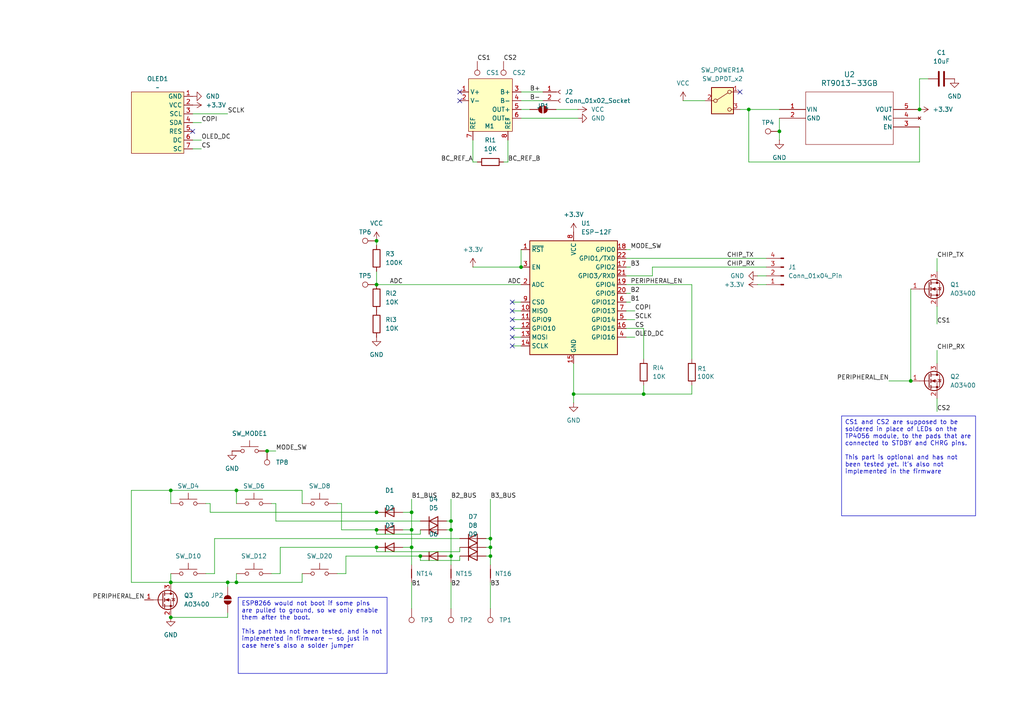
<source format=kicad_sch>
(kicad_sch (version 20231120) (generator "eeschema") (generator_version "8.0")
  (paper "A4")
  (lib_symbols
    (symbol "Connector:Conn_01x02_Socket" (pin_names (offset 1.016) hide)
      (property "Reference" "J" (at 0 2.54 0))
      (property "Value" "Conn_01x02_Socket" (at 0 -5.08 0))
      (symbol "Conn_01x02_Socket_1_1"
        (arc (start 0 -2.032) (mid -0.5058 -2.54) (end 0 -3.048) (stroke (width 0.1524)))
        (polyline (pts (xy -1.27 -2.54) (xy -0.508 -2.54)) (stroke (width 0.1524)))
        (polyline (pts (xy -1.27 0) (xy -0.508 0)) (stroke (width 0.1524)))
        (arc (start 0 0.508) (mid -0.5058 0) (end 0 -0.508) (stroke (width 0.1524)))
        (pin passive line (at -5.08 0 0) (length 3.81) (name "Pin_1") (number "1"))
        (pin passive line (at -5.08 -2.54 0) (length 3.81) (name "Pin_2") (number "2"))
      )
    )
    (symbol "Connector:Conn_01x04_Pin" (pin_names (offset 1.016) hide)
      (property "Reference" "J" (at 0 5.08 0))
      (property "Value" "Conn_01x04_Pin" (at 0 -7.62 0))
      (symbol "Conn_01x04_Pin_1_1"
        (polyline (pts (xy 1.27 -5.08) (xy 0.8636 -5.08)) (stroke (width 0.1524)))
        (polyline (pts (xy 1.27 -2.54) (xy 0.8636 -2.54)) (stroke (width 0.1524)))
        (polyline (pts (xy 1.27 0) (xy 0.8636 0)) (stroke (width 0.1524)))
        (polyline (pts (xy 1.27 2.54) (xy 0.8636 2.54)) (stroke (width 0.1524)))
        (rectangle (start 0.8636 -4.953) (end 0 -5.207) (stroke (width 0.1524)) (fill (type outline)))
        (rectangle (start 0.8636 -2.413) (end 0 -2.667) (stroke (width 0.1524)) (fill (type outline)))
        (rectangle (start 0.8636 0.127) (end 0 -0.127) (stroke (width 0.1524)) (fill (type outline)))
        (rectangle (start 0.8636 2.667) (end 0 2.413) (stroke (width 0.1524)) (fill (type outline)))
        (pin passive line (at 5.08 2.54 180) (length 3.81) (name "Pin_1") (number "1"))
        (pin passive line (at 5.08 0 180) (length 3.81) (name "Pin_2") (number "2"))
        (pin passive line (at 5.08 -2.54 180) (length 3.81) (name "Pin_3") (number "3"))
        (pin passive line (at 5.08 -5.08 180) (length 3.81) (name "Pin_4") (number "4"))
      )
    )
    (symbol "Connector:TestPoint" (pin_numbers hide) (pin_names (offset 0.762) hide)
      (property "Reference" "TP" (at 0 6.858 0))
      (property "Value" "TestPoint" (at 0 5.08 0))
      (symbol "TestPoint_0_1"
        (circle (center 0 3.302) (radius 0.762))
      )
      (symbol "TestPoint_1_1"
        (pin passive line (at 0 0 90) (length 2.54) (name "1") (number "1"))
      )
    )
    (symbol "Custom:Display"
      (property "Reference" "OLED" (at 0 0 0))
      (symbol "Display_1_1"
        (rectangle (start -7.62 5.08) (end 7.62 -12.7) (fill (type background)))
        (pin power_in line (at 10.16 3.81 180) (length 2.54) (name "GND") (number "1"))
        (pin power_in line (at 10.16 1.27 180) (length 2.54) (name "VCC") (number "2"))
        (pin input line (at 10.16 -1.27 180) (length 2.54) (name "SCL") (number "3"))
        (pin input line (at 10.16 -3.81 180) (length 2.54) (name "SDA") (number "4"))
        (pin input line (at 10.16 -6.35 180) (length 2.54) (name "RES") (number "5"))
        (pin unspecified line (at 10.16 -8.89 180) (length 2.54) (name "DC") (number "6"))
        (pin input line (at 10.16 -11.43 180) (length 2.54) (name "SC") (number "7"))
      )
    )
    (symbol "Custom:TP4056-USBC"
      (property "Reference" "M" (at 6.096 -3.302 0))
      (symbol "TP4056-USBC_1_1"
        (rectangle (start 0 0) (end 12.7 -15.24) (fill (type background)))
        (pin power_in line (at -2.54 -3.81 0) (length 2.54) (name "V+") (number "1"))
        (pin power_in line (at -2.54 -6.35 0) (length 2.54) (name "V-") (number "2"))
        (pin power_out line (at 15.24 -3.81 180) (length 2.54) (name "B+") (number "3"))
        (pin power_out line (at 15.24 -6.35 180) (length 2.54) (name "B-") (number "4"))
        (pin power_out line (at 15.24 -8.89 180) (length 2.54) (name "OUT+") (number "5"))
        (pin power_out line (at 15.24 -11.43 180) (length 2.54) (name "OUT-") (number "6"))
        (pin input line (at 1.27 -17.78 90) (length 2.54) (name "REF") (number "7"))
        (pin input line (at 11.43 -17.78 90) (length 2.54) (name "REF") (number "8"))
      )
    )
    (symbol "Device:C" (pin_numbers hide) (pin_names (offset 0.254))
      (property "Reference" "C" (at 0.635 2.54 0))
      (property "Value" "C" (at 0.635 -2.54 0))
      (symbol "C_0_1"
        (polyline (pts (xy -2.032 -0.762) (xy 2.032 -0.762)) (stroke (width 0.508)))
        (polyline (pts (xy -2.032 0.762) (xy 2.032 0.762)) (stroke (width 0.508)))
      )
      (symbol "C_1_1"
        (pin passive line (at 0 3.81 270) (length 2.794) (name "~") (number "1"))
        (pin passive line (at 0 -3.81 90) (length 2.794) (name "~") (number "2"))
      )
    )
    (symbol "Device:NetTie_2" (pin_numbers hide) (pin_names (offset 0) hide) (in_bom no)
      (property "Reference" "NT" (at 0 1.27 0))
      (property "Value" "NetTie_2" (at 0 -1.27 0))
      (symbol "NetTie_2_0_1"
        (polyline (pts (xy -1.27 0) (xy 1.27 0)) (stroke (width 0.254)))
      )
      (symbol "NetTie_2_1_1"
        (pin passive line (at -2.54 0 0) (length 2.54) (name "1") (number "1"))
        (pin passive line (at 2.54 0 180) (length 2.54) (name "2") (number "2"))
      )
    )
    (symbol "Device:R" (pin_numbers hide) (pin_names (offset 0))
      (property "Reference" "R" (at 2.032 0 90))
      (property "Value" "R" (at 0 0 90))
      (symbol "R_0_1"
        (rectangle (start -1.016 -2.54) (end 1.016 2.54) (stroke (width 0.254)))
      )
      (symbol "R_1_1"
        (pin passive line (at 0 3.81 270) (length 1.27) (name "~") (number "1"))
        (pin passive line (at 0 -3.81 90) (length 1.27) (name "~") (number "2"))
      )
    )
    (symbol "Diode:1N4148W" (pin_numbers hide) (pin_names hide)
      (property "Reference" "D" (at 0 2.54 0))
      (property "Value" "1N4148W" (at 0 -2.54 0))
      (symbol "1N4148W_0_1"
        (polyline (pts (xy -1.27 1.27) (xy -1.27 -1.27)) (stroke (width 0.254)))
        (polyline (pts (xy 1.27 0) (xy -1.27 0)))
        (polyline (pts (xy 1.27 1.27) (xy 1.27 -1.27) (xy -1.27 0) (xy 1.27 1.27)) (stroke (width 0.254)))
      )
      (symbol "1N4148W_1_1"
        (pin passive line (at -3.81 0 0) (length 2.54) (name "K") (number "1"))
        (pin passive line (at 3.81 0 180) (length 2.54) (name "A") (number "2"))
      )
    )
    (symbol "Jumper:SolderJumper_2_Open" (pin_numbers hide) (pin_names (offset 0) hide) (exclude_from_sim yes) (in_bom no)
      (property "Reference" "JP" (at 0 2.032 0))
      (property "Value" "SolderJumper_2_Open" (at 0 -2.54 0))
      (symbol "SolderJumper_2_Open_0_1"
        (arc (start -0.254 1.016) (mid -1.2656 0) (end -0.254 -1.016))
        (arc (start -0.254 1.016) (mid -1.2656 0) (end -0.254 -1.016) (fill (type outline)))
        (polyline (pts (xy -0.254 1.016) (xy -0.254 -1.016)))
        (polyline (pts (xy 0.254 1.016) (xy 0.254 -1.016)))
        (arc (start 0.254 -1.016) (mid 1.2656 0) (end 0.254 1.016))
        (arc (start 0.254 -1.016) (mid 1.2656 0) (end 0.254 1.016) (fill (type outline)))
      )
      (symbol "SolderJumper_2_Open_1_1"
        (pin passive line (at -3.81 0 0) (length 2.54) (name "A") (number "1"))
        (pin passive line (at 3.81 0 180) (length 2.54) (name "B") (number "2"))
      )
    )
    (symbol "RF_Module:ESP-12F"
      (property "Reference" "U" (at -12.7 19.05 0))
      (property "Value" "ESP-12F" (at 12.7 19.05 0))
      (symbol "ESP-12F_0_1"
        (rectangle (start -12.7 17.78) (end 12.7 -15.24) (stroke (width 0.254)) (fill (type background)))
      )
      (symbol "ESP-12F_1_1"
        (pin input line (at -15.24 15.24 0) (length 2.54) (name "~{RST}") (number "1"))
        (pin bidirectional line (at -15.24 -2.54 0) (length 2.54) (name "MISO") (number "10"))
        (pin bidirectional line (at -15.24 -5.08 0) (length 2.54) (name "GPIO9") (number "11"))
        (pin bidirectional line (at -15.24 -7.62 0) (length 2.54) (name "GPIO10") (number "12"))
        (pin bidirectional line (at -15.24 -10.16 0) (length 2.54) (name "MOSI") (number "13"))
        (pin bidirectional line (at -15.24 -12.7 0) (length 2.54) (name "SCLK") (number "14"))
        (pin power_in line (at 0 -17.78 90) (length 2.54) (name "GND") (number "15"))
        (pin bidirectional line (at 15.24 -7.62 180) (length 2.54) (name "GPIO15") (number "16"))
        (pin bidirectional line (at 15.24 10.16 180) (length 2.54) (name "GPIO2") (number "17"))
        (pin bidirectional line (at 15.24 15.24 180) (length 2.54) (name "GPIO0") (number "18"))
        (pin bidirectional line (at 15.24 5.08 180) (length 2.54) (name "GPIO4") (number "19"))
        (pin input line (at -15.24 5.08 0) (length 2.54) (name "ADC") (number "2"))
        (pin bidirectional line (at 15.24 2.54 180) (length 2.54) (name "GPIO5") (number "20"))
        (pin bidirectional line (at 15.24 7.62 180) (length 2.54) (name "GPIO3/RXD") (number "21"))
        (pin bidirectional line (at 15.24 12.7 180) (length 2.54) (name "GPIO1/TXD") (number "22"))
        (pin input line (at -15.24 10.16 0) (length 2.54) (name "EN") (number "3"))
        (pin bidirectional line (at 15.24 -10.16 180) (length 2.54) (name "GPIO16") (number "4"))
        (pin bidirectional line (at 15.24 -5.08 180) (length 2.54) (name "GPIO14") (number "5"))
        (pin bidirectional line (at 15.24 0 180) (length 2.54) (name "GPIO12") (number "6"))
        (pin bidirectional line (at 15.24 -2.54 180) (length 2.54) (name "GPIO13") (number "7"))
        (pin power_in line (at 0 20.32 270) (length 2.54) (name "VCC") (number "8"))
        (pin input line (at -15.24 0 0) (length 2.54) (name "CS0") (number "9"))
      )
    )
    (symbol "RT9013:RT9013-33GB" (pin_names (offset 0.254))
      (property "Reference" "U2" (at 20.32 10.16 0))
      (property "Value" "RT9013-33GB" (at 20.32 7.62 0))
      (symbol "RT9013-33GB_0_1"
        (polyline (pts (xy 7.62 -10.16) (xy 33.02 -10.16)) (stroke (width 0.127)))
        (polyline (pts (xy 7.62 5.08) (xy 7.62 -10.16)) (stroke (width 0.127)))
        (polyline (pts (xy 33.02 -10.16) (xy 33.02 5.08)) (stroke (width 0.127)))
        (polyline (pts (xy 33.02 5.08) (xy 7.62 5.08)) (stroke (width 0.127)))
        (pin input line (at 0 0 0) (length 7.62) (name "VIN") (number "1"))
        (pin power_out line (at 0 -2.54 0) (length 7.62) (name "GND") (number "2"))
        (pin unspecified line (at 40.64 -5.08 180) (length 7.62) (name "EN") (number "3"))
        (pin no_connect line (at 40.64 -2.54 180) (length 7.62) (name "NC") (number "4"))
      )
      (symbol "RT9013-33GB_1_1"
        (pin power_out line (at 40.64 0 180) (length 7.62) (name "VOUT") (number "5"))
      )
    )
    (symbol "Switch:SW_DPDT_x2" (pin_names (offset 0) hide)
      (property "Reference" "SW" (at 0 5.08 0))
      (property "Value" "SW_DPDT_x2" (at 0 -5.08 0))
      (symbol "SW_DPDT_x2_0_0"
        (circle (center -2.032 0) (radius 0.508))
        (circle (center 2.032 -2.54) (radius 0.508))
      )
      (symbol "SW_DPDT_x2_0_1"
        (rectangle (start -3.175 3.81) (end 3.175 -3.81) (stroke (width 0.254)) (fill (type background)))
        (polyline (pts (xy -1.524 0.254) (xy 1.5748 2.286)))
        (circle (center 2.032 2.54) (radius 0.508))
      )
      (symbol "SW_DPDT_x2_1_1"
        (pin passive line (at 5.08 2.54 180) (length 2.54) (name "A") (number "1"))
        (pin passive line (at -5.08 0 0) (length 2.54) (name "B") (number "2"))
        (pin passive line (at 5.08 -2.54 180) (length 2.54) (name "C") (number "3"))
      )
      (symbol "SW_DPDT_x2_2_1"
        (pin passive line (at 5.08 2.54 180) (length 2.54) (name "A") (number "4"))
        (pin passive line (at -5.08 0 0) (length 2.54) (name "B") (number "5"))
        (pin passive line (at 5.08 -2.54 180) (length 2.54) (name "C") (number "6"))
      )
    )
    (symbol "Switch:SW_Push" (pin_numbers hide) (pin_names (offset 1.016) hide)
      (property "Reference" "SW" (at 1.27 2.54 0))
      (property "Value" "SW_Push" (at 0 -1.524 0))
      (symbol "SW_Push_0_1"
        (circle (center -2.032 0) (radius 0.508))
        (polyline (pts (xy 0 1.27) (xy 0 3.048)))
        (polyline (pts (xy 2.54 1.27) (xy -2.54 1.27)))
        (circle (center 2.032 0) (radius 0.508))
        (pin passive line (at -5.08 0 0) (length 2.54) (name "1") (number "1"))
        (pin passive line (at 5.08 0 180) (length 2.54) (name "2") (number "2"))
      )
    )
    (symbol "Transistor_FET:2N7002" (pin_names hide)
      (property "Reference" "Q" (at 5.08 1.905 0))
      (property "Value" "2N7002" (at 5.08 0 0))
      (symbol "2N7002_0_1"
        (polyline (pts (xy 0.254 0) (xy -2.54 0)))
        (polyline (pts (xy 0.254 1.905) (xy 0.254 -1.905)) (stroke (width 0.254)))
        (polyline (pts (xy 0.762 -1.27) (xy 0.762 -2.286)) (stroke (width 0.254)))
        (polyline (pts (xy 0.762 0.508) (xy 0.762 -0.508)) (stroke (width 0.254)))
        (polyline (pts (xy 0.762 2.286) (xy 0.762 1.27)) (stroke (width 0.254)))
        (polyline (pts (xy 2.54 2.54) (xy 2.54 1.778)))
        (polyline (pts (xy 2.54 -2.54) (xy 2.54 0) (xy 0.762 0)))
        (polyline (pts (xy 0.762 -1.778) (xy 3.302 -1.778) (xy 3.302 1.778) (xy 0.762 1.778)))
        (polyline (pts (xy 1.016 0) (xy 2.032 0.381) (xy 2.032 -0.381) (xy 1.016 0)) (fill (type outline)))
        (polyline (pts (xy 2.794 0.508) (xy 2.921 0.381) (xy 3.683 0.381) (xy 3.81 0.254)))
        (polyline (pts (xy 3.302 0.381) (xy 2.921 -0.254) (xy 3.683 -0.254) (xy 3.302 0.381)))
        (circle (center 1.651 0) (radius 2.794) (stroke (width 0.254)))
        (circle (center 2.54 -1.778) (radius 0.254) (fill (type outline)))
        (circle (center 2.54 1.778) (radius 0.254) (fill (type outline)))
      )
      (symbol "2N7002_1_1"
        (pin input line (at -5.08 0 0) (length 2.54) (name "G") (number "1"))
        (pin passive line (at 2.54 -5.08 90) (length 2.54) (name "S") (number "2"))
        (pin passive line (at 2.54 5.08 270) (length 2.54) (name "D") (number "3"))
      )
    )
    (symbol "power:+3.3V" (power) (pin_numbers hide) (pin_names (offset 0) hide)
      (property "Value" "+3.3V" (at 0 3.556 0))
      (symbol "+3.3V_0_1"
        (polyline (pts (xy -0.762 1.27) (xy 0 2.54)))
        (polyline (pts (xy 0 0) (xy 0 2.54)))
        (polyline (pts (xy 0 2.54) (xy 0.762 1.27)))
      )
      (symbol "+3.3V_1_1"
        (pin power_in line (at 0 0 90) (length 0) (name "~") (number "1"))
      )
    )
    (symbol "power:GND" (power) (pin_numbers hide) (pin_names (offset 0) hide)
      (property "Value" "GND" (at 0 -3.81 0))
      (symbol "GND_0_1"
        (polyline (pts (xy 0 0) (xy 0 -1.27) (xy 1.27 -1.27) (xy 0 -2.54) (xy -1.27 -1.27) (xy 0 -1.27)))
      )
      (symbol "GND_1_1"
        (pin power_in line (at 0 0 270) (length 0) (name "~") (number "1"))
      )
    )
    (symbol "power:VCC" (power) (pin_numbers hide) (pin_names (offset 0) hide)
      (property "Value" "VCC" (at 0 3.556 0))
      (symbol "VCC_0_1"
        (polyline (pts (xy -0.762 1.27) (xy 0 2.54)))
        (polyline (pts (xy 0 0) (xy 0 2.54)))
        (polyline (pts (xy 0 2.54) (xy 0.762 1.27)))
      )
      (symbol "VCC_1_1"
        (pin power_in line (at 0 0 90) (length 0) (name "~") (number "1"))
      )
    )
  )
  (junction (at 68.58 168.91))
  (junction (at 217.17 31.75))
  (junction (at 109.22 69.85))
  (junction (at 142.24 158.75))
  (junction (at 130.81 153.67))
  (junction (at 166.37 114.3))
  (junction (at 109.22 148.59))
  (junction (at 130.81 161.29))
  (junction (at 49.53 168.91))
  (junction (at 77.47 130.81))
  (junction (at 121.92 161.29))
  (junction (at 226.06 38.1))
  (junction (at 130.81 151.13))
  (junction (at 151.13 77.47))
  (junction (at 109.22 153.67))
  (junction (at 109.22 82.55))
  (junction (at 49.53 142.24))
  (junction (at 119.38 153.67))
  (junction (at 66.04 168.91))
  (junction (at 49.53 179.07))
  (junction (at 142.24 156.21))
  (junction (at 142.24 161.29))
  (junction (at 119.38 148.59))
  (junction (at 266.7 31.75))
  (junction (at 109.22 158.75))
  (junction (at 264.16 110.49))
  (junction (at 186.69 114.3))
  (junction (at 68.58 142.24))
  (junction (at 119.38 158.75))
  (no_connect (at 148.59 87.63))
  (no_connect (at 214.63 26.67))
  (no_connect (at 148.59 92.71))
  (no_connect (at 133.35 29.21))
  (no_connect (at 133.35 26.67))
  (no_connect (at 148.59 100.33))
  (no_connect (at 148.59 95.25))
  (no_connect (at 148.59 90.17))
  (no_connect (at 148.59 97.79))
  (no_connect (at 55.88 38.1))
  (wire (pts (xy 166.37 114.3) (xy 166.37 105.41)))
  (wire (pts (xy 119.38 168.91) (xy 119.38 176.53)))
  (wire (pts (xy 129.54 153.67) (xy 130.81 153.67)))
  (wire (pts (xy 116.84 153.67) (xy 119.38 153.67)))
  (wire (pts (xy 119.38 153.67) (xy 119.38 148.59)))
  (wire (pts (xy 189.23 77.47) (xy 222.25 77.47)))
  (wire (pts (xy 80.01 146.05) (xy 80.01 151.13)))
  (wire (pts (xy 142.24 161.29) (xy 142.24 163.83)))
  (wire (pts (xy 200.66 82.55) (xy 200.66 104.14)))
  (wire (pts (xy 148.59 100.33) (xy 151.13 100.33)))
  (wire (pts (xy 186.69 111.76) (xy 186.69 114.3)))
  (wire (pts (xy 130.81 168.91) (xy 130.81 176.53)))
  (wire (pts (xy 55.88 40.64) (xy 58.42 40.64)))
  (wire (pts (xy 60.96 148.59) (xy 109.22 148.59)))
  (wire (pts (xy 200.66 114.3) (xy 186.69 114.3)))
  (wire (pts (xy 142.24 156.21) (xy 142.24 158.75)))
  (wire (pts (xy 87.63 142.24) (xy 87.63 146.05)))
  (wire (pts (xy 266.7 46.99) (xy 266.7 36.83)))
  (wire (pts (xy 137.16 40.64) (xy 137.16 46.99)))
  (wire (pts (xy 100.33 166.37) (xy 100.33 161.29)))
  (wire (pts (xy 181.61 90.17) (xy 184.15 90.17)))
  (wire (pts (xy 121.92 162.56) (xy 133.35 162.56)))
  (wire (pts (xy 55.88 43.18) (xy 58.42 43.18)))
  (wire (pts (xy 166.37 116.84) (xy 166.37 114.3)))
  (wire (pts (xy 266.7 31.75) (xy 266.7 22.86)))
  (wire (pts (xy 148.59 87.63) (xy 151.13 87.63)))
  (wire (pts (xy 133.35 160.02) (xy 133.35 158.75)))
  (wire (pts (xy 147.32 46.99) (xy 147.32 40.64)))
  (wire (pts (xy 146.05 46.99) (xy 147.32 46.99)))
  (wire (pts (xy 99.06 146.05) (xy 99.06 153.67)))
  (wire (pts (xy 181.61 77.47) (xy 182.88 77.47)))
  (wire (pts (xy 99.06 153.67) (xy 109.22 153.67)))
  (wire (pts (xy 200.66 111.76) (xy 200.66 114.3)))
  (wire (pts (xy 49.53 142.24) (xy 49.53 146.05)))
  (wire (pts (xy 121.92 161.29) (xy 121.92 162.56)))
  (wire (pts (xy 266.7 22.86) (xy 269.24 22.86)))
  (wire (pts (xy 66.04 179.07) (xy 49.53 179.07)))
  (wire (pts (xy 119.38 144.78) (xy 119.38 148.59)))
  (wire (pts (xy 109.22 69.85) (xy 109.22 71.12)))
  (wire (pts (xy 68.58 142.24) (xy 68.58 146.05)))
  (wire (pts (xy 161.29 31.75) (xy 167.64 31.75)))
  (wire (pts (xy 257.81 110.49) (xy 264.16 110.49)))
  (wire (pts (xy 121.92 153.67) (xy 121.92 154.94)))
  (wire (pts (xy 271.78 115.57) (xy 271.78 119.38)))
  (wire (pts (xy 140.97 158.75) (xy 142.24 158.75)))
  (wire (pts (xy 109.22 154.94) (xy 121.92 154.94)))
  (wire (pts (xy 68.58 168.91) (xy 68.58 166.37)))
  (wire (pts (xy 264.16 83.82) (xy 264.16 110.49)))
  (wire (pts (xy 271.78 101.6) (xy 271.78 105.41)))
  (wire (pts (xy 184.15 97.79) (xy 181.61 97.79)))
  (wire (pts (xy 219.71 82.55) (xy 222.25 82.55)))
  (wire (pts (xy 217.17 31.75) (xy 226.06 31.75)))
  (wire (pts (xy 66.04 177.8) (xy 66.04 179.07)))
  (wire (pts (xy 49.53 142.24) (xy 68.58 142.24)))
  (wire (pts (xy 38.1 142.24) (xy 49.53 142.24)))
  (wire (pts (xy 151.13 72.39) (xy 151.13 77.47)))
  (wire (pts (xy 182.88 85.09) (xy 181.61 85.09)))
  (wire (pts (xy 109.22 158.75) (xy 109.22 160.02)))
  (wire (pts (xy 78.74 166.37) (xy 81.28 166.37)))
  (wire (pts (xy 55.88 35.56) (xy 58.42 35.56)))
  (wire (pts (xy 116.84 158.75) (xy 119.38 158.75)))
  (wire (pts (xy 55.88 33.02) (xy 66.04 33.02)))
  (wire (pts (xy 49.53 168.91) (xy 66.04 168.91)))
  (wire (pts (xy 181.61 74.93) (xy 222.25 74.93)))
  (wire (pts (xy 214.63 31.75) (xy 217.17 31.75)))
  (wire (pts (xy 109.22 82.55) (xy 151.13 82.55)))
  (wire (pts (xy 109.22 160.02) (xy 133.35 160.02)))
  (wire (pts (xy 148.59 97.79) (xy 151.13 97.79)))
  (wire (pts (xy 142.24 158.75) (xy 142.24 161.29)))
  (wire (pts (xy 137.16 46.99) (xy 138.43 46.99)))
  (wire (pts (xy 68.58 168.91) (xy 87.63 168.91)))
  (wire (pts (xy 198.12 29.21) (xy 204.47 29.21)))
  (wire (pts (xy 62.23 156.21) (xy 133.35 156.21)))
  (wire (pts (xy 60.96 146.05) (xy 60.96 148.59)))
  (wire (pts (xy 130.81 151.13) (xy 130.81 153.67)))
  (wire (pts (xy 181.61 92.71) (xy 184.15 92.71)))
  (wire (pts (xy 97.79 166.37) (xy 100.33 166.37)))
  (wire (pts (xy 142.24 144.78) (xy 142.24 156.21)))
  (wire (pts (xy 151.13 34.29) (xy 167.64 34.29)))
  (wire (pts (xy 78.74 146.05) (xy 80.01 146.05)))
  (wire (pts (xy 217.17 31.75) (xy 217.17 46.99)))
  (wire (pts (xy 129.54 161.29) (xy 130.81 161.29)))
  (wire (pts (xy 119.38 158.75) (xy 119.38 153.67)))
  (wire (pts (xy 130.81 161.29) (xy 130.81 163.83)))
  (wire (pts (xy 100.33 161.29) (xy 121.92 161.29)))
  (wire (pts (xy 97.79 146.05) (xy 99.06 146.05)))
  (wire (pts (xy 182.88 87.63) (xy 181.61 87.63)))
  (wire (pts (xy 148.59 92.71) (xy 151.13 92.71)))
  (wire (pts (xy 181.61 72.39) (xy 182.88 72.39)))
  (wire (pts (xy 130.81 153.67) (xy 130.81 161.29)))
  (wire (pts (xy 119.38 158.75) (xy 119.38 163.83)))
  (wire (pts (xy 271.78 88.9) (xy 271.78 93.98)))
  (wire (pts (xy 148.59 95.25) (xy 151.13 95.25)))
  (wire (pts (xy 186.69 104.14) (xy 186.69 95.25)))
  (wire (pts (xy 109.22 78.74) (xy 109.22 82.55)))
  (wire (pts (xy 49.53 168.91) (xy 49.53 166.37)))
  (wire (pts (xy 81.28 166.37) (xy 81.28 158.75)))
  (wire (pts (xy 59.69 166.37) (xy 62.23 166.37)))
  (wire (pts (xy 142.24 168.91) (xy 142.24 176.53)))
  (wire (pts (xy 62.23 166.37) (xy 62.23 156.21)))
  (wire (pts (xy 181.61 80.01) (xy 189.23 80.01)))
  (wire (pts (xy 140.97 161.29) (xy 142.24 161.29)))
  (wire (pts (xy 217.17 46.99) (xy 266.7 46.99)))
  (wire (pts (xy 148.59 90.17) (xy 151.13 90.17)))
  (wire (pts (xy 81.28 158.75) (xy 109.22 158.75)))
  (wire (pts (xy 189.23 80.01) (xy 189.23 77.47)))
  (wire (pts (xy 116.84 148.59) (xy 119.38 148.59)))
  (wire (pts (xy 186.69 95.25) (xy 181.61 95.25)))
  (wire (pts (xy 66.04 168.91) (xy 68.58 168.91)))
  (wire (pts (xy 133.35 162.56) (xy 133.35 161.29)))
  (wire (pts (xy 38.1 142.24) (xy 38.1 168.91)))
  (wire (pts (xy 226.06 40.64) (xy 226.06 38.1)))
  (wire (pts (xy 226.06 34.29) (xy 226.06 38.1)))
  (wire (pts (xy 109.22 153.67) (xy 109.22 154.94)))
  (wire (pts (xy 130.81 144.78) (xy 130.81 151.13)))
  (wire (pts (xy 186.69 114.3) (xy 166.37 114.3)))
  (wire (pts (xy 140.97 156.21) (xy 142.24 156.21)))
  (wire (pts (xy 151.13 29.21) (xy 157.48 29.21)))
  (wire (pts (xy 80.01 151.13) (xy 121.92 151.13)))
  (wire (pts (xy 59.69 146.05) (xy 60.96 146.05)))
  (wire (pts (xy 109.22 148.59) (xy 111.76 148.59)))
  (wire (pts (xy 219.71 80.01) (xy 222.25 80.01)))
  (wire (pts (xy 153.67 31.75) (xy 151.13 31.75)))
  (wire (pts (xy 66.04 170.18) (xy 66.04 168.91)))
  (wire (pts (xy 77.47 130.81) (xy 80.01 130.81)))
  (wire (pts (xy 87.63 168.91) (xy 87.63 166.37)))
  (wire (pts (xy 68.58 142.24) (xy 87.63 142.24)))
  (wire (pts (xy 271.78 74.93) (xy 271.78 78.74)))
  (wire (pts (xy 137.16 77.47) (xy 151.13 77.47)))
  (wire (pts (xy 49.53 168.91) (xy 38.1 168.91)))
  (wire (pts (xy 129.54 151.13) (xy 130.81 151.13)))
  (wire (pts (xy 181.61 82.55) (xy 200.66 82.55)))
  (wire (pts (xy 151.13 26.67) (xy 157.48 26.67)))
  (text_box "CS1 and CS2 are supposed to be soldered in place of LEDs on the TP4056 module, to the pads that are connected to STDBY and CHRG pins.\n\nThis part is optional and has not been tested yet. It's also not implemented in the firmware" (at 244.094 120.65 0) (size 38.862 28.956) (effects (font (size 1.27 1.27)) (justify left top)))
  (text_box "ESP8266 would not boot if some pins are pulled to ground, so we only enable them after the boot.\n\nThis part has not been tested, and is not implemented in firmware - so just in case here's also a solder jumper" (at 69.088 173.228 0) (size 43.18 22.098) (effects (font (size 1.27 1.27)) (justify left top)))
  (label "CHIP_TX" (at 210.82 74.93 0))
  (label "CHIP_TX" (at 271.78 74.93 0))
  (label "CS1" (at 271.78 93.98 0))
  (label "CS" (at 58.42 43.18 0))
  (label "MODE_SW" (at 182.88 72.39 0))
  (label "PERIPHERAL_EN" (at 41.91 173.99 180))
  (label "B1_BUS" (at 119.38 144.78 0))
  (label "B2" (at 182.88 85.09 0))
  (label "B1" (at 182.88 87.63 0))
  (label "B+" (at 153.67 26.67 0))
  (label "BC_REF_B" (at 147.32 46.99 0))
  (label "B3" (at 142.24 170.18 0))
  (label "SCLK" (at 66.04 33.02 0))
  (label "ADC" (at 113.03 82.55 0))
  (label "PERIPHERAL_EN" (at 182.88 82.55 0))
  (label "CHIP_RX" (at 271.78 101.6 0))
  (label "CS1" (at 138.43 17.78 0))
  (label "BC_REF_A" (at 137.16 46.99 180))
  (label "B3" (at 182.88 77.47 0))
  (label "CS2" (at 146.05 17.78 0))
  (label "B2" (at 130.81 170.18 0))
  (label "PERIPHERAL_EN" (at 257.81 110.49 180))
  (label "CS2" (at 271.78 119.38 0))
  (label "B2_BUS" (at 130.81 144.78 0))
  (label "COPI" (at 184.15 90.17 0))
  (label "ADC" (at 151.13 82.55 180))
  (label "B1" (at 119.38 170.18 0))
  (label "SCLK" (at 184.15 92.71 0))
  (label "OLED_DC" (at 58.42 40.64 0))
  (label "OLED_DC" (at 184.15 97.79 0))
  (label "COPI" (at 58.42 35.56 0))
  (label "CS" (at 184.15 95.25 0))
  (label "CHIP_RX" (at 210.82 77.47 0))
  (label "MODE_SW" (at 80.01 130.81 0))
  (label "B3_BUS" (at 142.24 144.78 0))
  (label "B-" (at 153.67 29.21 0))
  (symbol (lib_id "Diode:1N4148W") (at 137.16 161.29 0) (unit 1)
    (property "Reference" "D9" (at 137.16 154.94 0))
    (property "Value" "1N4148W" (effects (hide yes)))
    (property "Footprint" "Diode_SMD:D_SOD-123F" (effects (hide yes)))
    (property "Datasheet" "https://www.vishay.com/docs/85748/1n4148w.pdf" (effects (hide yes)))
    (property "Description" "75V 0.15A Fast Switching Diode, SOD-123" (effects (hide yes)))
    (property "Sim.Device" "D" (effects (hide yes)))
    (property "Sim.Pins" "1=K 2=A" (effects (hide yes)))
  )
  (symbol (lib_id "Switch:SW_Push") (at 72.39 130.81 0) (unit 1)
    (property "Reference" "SW_MODE1" (at 72.39 125.73 0))
    (property "Value" "SW_Push" (effects (hide yes)))
    (property "Footprint" "Button_Switch_SMD:SW_SPST_TL3342" (effects (hide yes)))
    (property "Datasheet" "https://kosmodrom.ua/knopka-taktova/tact-5x5x1-5.html" (effects (hide yes)))
    (property "Description" "Push button switch, generic, two pins" (effects (hide yes)))
  )
  (symbol (lib_id "Connector:TestPoint") (at 226.06 38.1 90) (unit 1)
    (property "Reference" "TP4" (at 222.758 35.56 90))
    (property "Value" "TestPoint" (effects (hide yes)))
    (property "Footprint" "TestPoint:TestPoint_Pad_D1.5mm" (effects (hide yes)))
    (property "Description" "test point" (effects (hide yes)))
  )
  (symbol (lib_id "power:GND") (at 219.71 80.01 270) (unit 1)
    (property "Reference" "#PWR010" (effects (hide yes)))
    (property "Value" "GND" (at 215.9 80.0099 90) (effects (justify right)))
    (property "Description" "Power symbol creates a global label with name \"GND\" , ground" (effects (hide yes)))
  )
  (symbol (lib_id "Device:R") (at 109.22 74.93 0) (unit 1)
    (property "Reference" "R3" (at 111.76 73.6599 0) (effects (justify left)))
    (property "Value" "100K" (at 111.76 76.1999 0) (effects (justify left)))
    (property "Footprint" "Resistor_SMD:R_1206_3216Metric_Pad1.30x1.75mm_HandSolder" (effects (hide yes)))
    (property "Datasheet" "https://kosmodrom.ua/smd-rezistor-1206-911/smd-rezistor-1206-100-kom-5.html" (effects (hide yes)))
    (property "Description" "Resistor" (effects (hide yes)))
  )
  (symbol (lib_id "Device:NetTie_2") (at 119.38 166.37 90) (unit 1) (in_bom no)
    (property "Reference" "NT14" (at 120.65 166.3699 90) (effects (justify right)))
    (property "Value" "NetTie_2" (effects (hide yes)))
    (property "Footprint" "NetTie:NetTie-2_THT_Pad0.3mm" (effects (hide yes)))
    (property "Description" "Net tie, 2 pins" (effects (hide yes)))
  )
  (symbol (lib_id "Device:NetTie_2") (at 142.24 166.37 90) (unit 1) (in_bom no)
    (property "Reference" "NT16" (at 143.51 166.3699 90) (effects (justify right)))
    (property "Value" "NetTie_2" (effects (hide yes)))
    (property "Footprint" "NetTie:NetTie-2_THT_Pad0.3mm" (effects (hide yes)))
    (property "Description" "Net tie, 2 pins" (effects (hide yes)))
  )
  (symbol (lib_id "power:+3.3V") (at 55.88 30.48 270) (unit 1)
    (property "Reference" "#PWR012" (effects (hide yes)))
    (property "Value" "+3.3V" (at 59.69 30.4799 90) (effects (justify left)))
    (property "Description" "Power symbol creates a global label with name \"+3.3V\"" (effects (hide yes)))
  )
  (symbol (lib_id "Connector:TestPoint") (at 77.47 130.81 180) (unit 1)
    (property "Reference" "TP8" (at 80.01 134.1119 0) (effects (justify right)))
    (property "Value" "TestPoint" (effects (hide yes)))
    (property "Footprint" "TestPoint:TestPoint_Pad_D1.5mm" (effects (hide yes)))
    (property "Description" "test point" (effects (hide yes)))
  )
  (symbol (lib_id "Connector:TestPoint") (at 146.05 17.78 180) (unit 1)
    (property "Reference" "CS2" (at 148.59 21.0819 0) (effects (justify right)))
    (property "Value" "TestPoint" (effects (hide yes)))
    (property "Footprint" "TestPoint:TestPoint_Pad_D1.5mm" (effects (hide yes)))
    (property "Description" "test point" (effects (hide yes)))
  )
  (symbol (lib_id "Diode:1N4148W") (at 113.03 158.75 0) (unit 1)
    (property "Reference" "D3" (at 113.03 152.4 0))
    (property "Value" "1N4148W" (effects (hide yes)))
    (property "Footprint" "Diode_SMD:D_SOD-123F" (effects (hide yes)))
    (property "Datasheet" "https://www.vishay.com/docs/85748/1n4148w.pdf" (effects (hide yes)))
    (property "Description" "75V 0.15A Fast Switching Diode, SOD-123" (effects (hide yes)))
    (property "Sim.Device" "D" (effects (hide yes)))
    (property "Sim.Pins" "1=K 2=A" (effects (hide yes)))
  )
  (symbol (lib_id "power:GND") (at 67.31 130.81 0) (unit 1)
    (property "Reference" "#PWR03" (effects (hide yes)))
    (property "Value" "GND" (at 67.31 135.89 0))
    (property "Description" "Power symbol creates a global label with name \"GND\" , ground" (effects (hide yes)))
  )
  (symbol (lib_id "Diode:1N4148W") (at 125.73 161.29 0) (unit 1)
    (property "Reference" "D6" (at 125.73 154.94 0))
    (property "Value" "1N4148W" (effects (hide yes)))
    (property "Footprint" "Diode_SMD:D_SOD-123F" (effects (hide yes)))
    (property "Datasheet" "https://www.vishay.com/docs/85748/1n4148w.pdf" (effects (hide yes)))
    (property "Description" "75V 0.15A Fast Switching Diode, SOD-123" (effects (hide yes)))
    (property "Sim.Device" "D" (effects (hide yes)))
    (property "Sim.Pins" "1=K 2=A" (effects (hide yes)))
  )
  (symbol (lib_id "power:GND") (at 167.64 34.29 90) (unit 1)
    (property "Reference" "#PWR018" (effects (hide yes)))
    (property "Value" "GND" (at 171.45 34.2899 90) (effects (justify right)))
    (property "Description" "Power symbol creates a global label with name \"GND\" , ground" (effects (hide yes)))
  )
  (symbol (lib_id "Transistor_FET:2N7002") (at 46.99 173.99 0) (unit 1)
    (property "Reference" "Q3" (at 53.34 172.7199 0) (effects (justify left)))
    (property "Value" "AO3400" (at 53.34 175.2599 0) (effects (justify left)))
    (property "Footprint" "Package_TO_SOT_SMD:SOT-23" (effects (hide yes)))
    (property "Datasheet" "https://kosmodrom.ua/tranzistor-poloviy-mosfet/2n7002-215.html" (effects (hide yes)))
    (property "Description" "0.115A Id, 60V Vds, N-Channel MOSFET, SOT-23" (effects (hide yes)))
  )
  (symbol (lib_id "Connector:TestPoint") (at 130.81 176.53 180) (unit 1)
    (property "Reference" "TP2" (at 133.35 179.8319 0) (effects (justify right)))
    (property "Value" "TestPoint" (effects (hide yes)))
    (property "Footprint" "TestPoint:TestPoint_Pad_D1.5mm" (effects (hide yes)))
    (property "Description" "test point" (effects (hide yes)))
  )
  (symbol (lib_id "Connector:TestPoint") (at 119.38 176.53 180) (unit 1)
    (property "Reference" "TP3" (at 121.92 179.8319 0) (effects (justify right)))
    (property "Value" "TestPoint" (effects (hide yes)))
    (property "Footprint" "TestPoint:TestPoint_Pad_D1.5mm" (effects (hide yes)))
    (property "Description" "test point" (effects (hide yes)))
  )
  (symbol (lib_id "power:GND") (at 276.86 22.86 0) (unit 1)
    (property "Reference" "#PWR020" (effects (hide yes)))
    (property "Value" "GND" (at 276.86 27.94 0))
    (property "Description" "Power symbol creates a global label with name \"GND\" , ground" (effects (hide yes)))
  )
  (symbol (lib_id "Custom:TP4056-USBC") (at 135.89 22.86 0) (unit 1)
    (property "Reference" "M1" (at 141.986 36.576 0))
    (property "Value" "~" (at 142.24 44.45 0))
    (property "Footprint" "Library:TP4056-USBC" (effects (hide yes)))
    (property "Datasheet" "https://uamper.com/OLED/OLED-RGB-%D0%B4%D0%B8%D1%81%D0%BF%D0%BB%D0%B5%D0%B9-0.95-%D0%B4%D1%8E%D0%B9%D0%BC%D0%B0-96x64-SPI-SSD1331-%D1%86%D0%B2%D0%B5%D1%82%D0%BD%D0%BE%D0%B9" (effects (hide yes)))
  )
  (symbol (lib_id "Diode:1N4148W") (at 125.73 151.13 0) (unit 1)
    (property "Reference" "D4" (at 125.73 144.78 0))
    (property "Value" "1N4148W" (effects (hide yes)))
    (property "Footprint" "Diode_SMD:D_SOD-123F" (effects (hide yes)))
    (property "Datasheet" "https://www.vishay.com/docs/85748/1n4148w.pdf" (effects (hide yes)))
    (property "Description" "75V 0.15A Fast Switching Diode, SOD-123" (effects (hide yes)))
    (property "Sim.Device" "D" (effects (hide yes)))
    (property "Sim.Pins" "1=K 2=A" (effects (hide yes)))
  )
  (symbol (lib_id "Connector:TestPoint") (at 109.22 82.55 90) (unit 1)
    (property "Reference" "TP5" (at 105.918 80.01 90))
    (property "Value" "TestPoint" (effects (hide yes)))
    (property "Footprint" "TestPoint:TestPoint_Pad_D1.5mm" (effects (hide yes)))
    (property "Description" "test point" (effects (hide yes)))
  )
  (symbol (lib_id "Jumper:SolderJumper_2_Open") (at 157.48 31.75 0) (unit 1) (exclude_from_sim yes) (in_bom no)
    (property "Reference" "JP1" (at 157.48 30.734 0))
    (property "Value" "SolderJumper_2_Open" (effects (hide yes)))
    (property "Footprint" "Jumper:SolderJumper-2_P1.3mm_Open_RoundedPad1.0x1.5mm" (effects (hide yes)))
    (property "Description" "Solder Jumper, 2-pole, open" (effects (hide yes)))
  )
  (symbol (lib_id "Connector:Conn_01x02_Socket") (at 162.56 26.67 0) (unit 1)
    (property "Reference" "J2" (at 163.83 26.6699 0) (effects (justify left)))
    (property "Value" "Conn_01x02_Socket" (at 163.83 29.2099 0) (effects (justify left)))
    (property "Footprint" "Connector_PinHeader_2.54mm:PinHeader_1x02_P2.54mm_Horizontal" (effects (hide yes)))
    (property "Description" "Generic connector, single row, 01x02, script generated" (effects (hide yes)))
  )
  (symbol (lib_id "Connector:TestPoint") (at 109.22 69.85 90) (unit 1)
    (property "Reference" "TP6" (at 105.918 67.31 90))
    (property "Value" "TestPoint" (effects (hide yes)))
    (property "Footprint" "TestPoint:TestPoint_Pad_D1.5mm" (effects (hide yes)))
    (property "Description" "test point" (effects (hide yes)))
  )
  (symbol (lib_id "Switch:SW_Push") (at 54.61 166.37 0) (unit 1)
    (property "Reference" "SW_D10" (at 54.61 161.29 0))
    (property "Value" "SW_Push" (effects (hide yes)))
    (property "Footprint" "Button_Switch_SMD:SW_SPST_TL3342" (effects (hide yes)))
    (property "Datasheet" "https://kosmodrom.ua/knopka-taktova/tact-5x5x1-5.html" (effects (hide yes)))
    (property "Description" "Push button switch, generic, two pins" (effects (hide yes)))
  )
  (symbol (lib_id "power:GND") (at 226.06 40.64 0) (unit 1)
    (property "Reference" "#PWR08" (effects (hide yes)))
    (property "Value" "GND" (at 226.06 45.72 0))
    (property "Description" "Power symbol creates a global label with name \"GND\" , ground" (effects (hide yes)))
  )
  (symbol (lib_id "Switch:SW_DPDT_x2") (at 209.55 29.21 0) (unit 1)
    (property "Reference" "SW_POWER1" (at 209.55 20.32 0))
    (property "Value" "SW_DPDT_x2" (at 209.55 22.86 0))
    (property "Footprint" "Library:SW" (effects (hide yes)))
    (property "Description" "Switch, dual pole double throw, separate symbols" (effects (hide yes)))
  )
  (symbol (lib_id "Switch:SW_Push") (at 92.71 146.05 0) (unit 1)
    (property "Reference" "SW_D8" (at 92.71 140.97 0))
    (property "Value" "SW_Push" (effects (hide yes)))
    (property "Footprint" "Button_Switch_SMD:SW_SPST_TL3342" (effects (hide yes)))
    (property "Datasheet" "https://kosmodrom.ua/knopka-taktova/tact-5x5x1-5.html" (effects (hide yes)))
    (property "Description" "Push button switch, generic, two pins" (effects (hide yes)))
  )
  (symbol (lib_id "power:GND") (at 55.88 27.94 90) (unit 1)
    (property "Reference" "#PWR013" (effects (hide yes)))
    (property "Value" "GND" (at 59.69 27.9399 90) (effects (justify right)))
    (property "Description" "Power symbol creates a global label with name \"GND\" , ground" (effects (hide yes)))
  )
  (symbol (lib_id "Switch:SW_Push") (at 92.71 166.37 0) (unit 1)
    (property "Reference" "SW_D20" (at 92.71 161.29 0))
    (property "Value" "SW_Push" (effects (hide yes)))
    (property "Footprint" "Button_Switch_SMD:SW_SPST_TL3342" (effects (hide yes)))
    (property "Datasheet" "https://kosmodrom.ua/knopka-taktova/tact-5x5x1-5.html" (effects (hide yes)))
    (property "Description" "Push button switch, generic, two pins" (effects (hide yes)))
  )
  (symbol (lib_id "Device:R") (at 200.66 107.95 0) (unit 1)
    (property "Reference" "R1" (at 204.978 106.934 0) (effects (justify right)))
    (property "Value" "100K" (at 207.264 109.22 0) (effects (justify right)))
    (property "Footprint" "Resistor_SMD:R_1206_3216Metric_Pad1.30x1.75mm_HandSolder" (effects (hide yes)))
    (property "Description" "Resistor" (effects (hide yes)))
  )
  (symbol (lib_id "Switch:SW_Push") (at 73.66 146.05 0) (unit 1)
    (property "Reference" "SW_D6" (at 73.66 140.97 0))
    (property "Value" "SW_Push" (effects (hide yes)))
    (property "Footprint" "Button_Switch_SMD:SW_SPST_TL3342" (effects (hide yes)))
    (property "Datasheet" "https://kosmodrom.ua/knopka-taktova/tact-5x5x1-5.html" (effects (hide yes)))
    (property "Description" "Push button switch, generic, two pins" (effects (hide yes)))
  )
  (symbol (lib_id "power:GND") (at 166.37 116.84 0) (unit 1)
    (property "Reference" "#PWR02" (effects (hide yes)))
    (property "Value" "GND" (at 166.37 121.92 0))
    (property "Description" "Power symbol creates a global label with name \"GND\" , ground" (effects (hide yes)))
  )
  (symbol (lib_id "Diode:1N4148W") (at 113.03 148.59 0) (unit 1)
    (property "Reference" "D1" (at 113.03 142.24 0))
    (property "Value" "1N4148W" (effects (hide yes)))
    (property "Footprint" "Diode_SMD:D_SOD-123F" (effects (hide yes)))
    (property "Datasheet" "https://www.vishay.com/docs/85748/1n4148w.pdf" (effects (hide yes)))
    (property "Description" "75V 0.15A Fast Switching Diode, SOD-123" (effects (hide yes)))
    (property "Sim.Device" "D" (effects (hide yes)))
    (property "Sim.Pins" "1=K 2=A" (effects (hide yes)))
  )
  (symbol (lib_id "Device:R") (at 109.22 93.98 180) (unit 1)
    (property "Reference" "Rl3" (at 111.76 92.7099 0) (effects (justify right)))
    (property "Value" "10K" (at 111.76 95.2499 0) (effects (justify right)))
    (property "Footprint" "Resistor_SMD:R_1206_3216Metric_Pad1.30x1.75mm_HandSolder" (effects (hide yes)))
    (property "Datasheet" "https://kosmodrom.ua/smd-rezistor-1206-911/rst1206j10kb-2.html" (effects (hide yes)))
    (property "Description" "Resistor" (effects (hide yes)))
  )
  (symbol (lib_id "Jumper:SolderJumper_2_Open") (at 66.04 173.99 90) (unit 1) (exclude_from_sim yes) (in_bom no)
    (property "Reference" "JP2" (at 62.992 172.72 90))
    (property "Value" "SolderJumper_2_Open" (effects (hide yes)))
    (property "Footprint" "Jumper:SolderJumper-2_P1.3mm_Open_RoundedPad1.0x1.5mm" (effects (hide yes)))
    (property "Description" "Solder Jumper, 2-pole, open" (effects (hide yes)))
  )
  (symbol (lib_id "power:GND") (at 109.22 97.79 0) (unit 1)
    (property "Reference" "#PWR011" (effects (hide yes)))
    (property "Value" "GND" (at 109.22 102.87 0))
    (property "Description" "Power symbol creates a global label with name \"GND\" , ground" (effects (hide yes)))
  )
  (symbol (lib_id "power:VCC") (at 109.22 69.85 0) (unit 1)
    (property "Reference" "#PWR017" (effects (hide yes)))
    (property "Value" "VCC" (at 109.22 64.77 0))
    (property "Description" "Power symbol creates a global label with name \"VCC\"" (effects (hide yes)))
  )
  (symbol (lib_id "RT9013:RT9013-33GB") (at 226.06 31.75 0) (unit 1)
    (property "Reference" "U2" (at 246.38 21.59 0) (effects (font (size 1.524 1.524))))
    (property "Value" "RT9013-33GB" (at 246.38 24.13 0) (effects (font (size 1.524 1.524))))
    (property "Footprint" "RT9013:SOT-23-5_RIT" (effects (hide yes)))
    (property "Datasheet" "https://kosmodrom.ua/stabilizator-naprugi/rt9013-33gb.html" (effects (hide yes)))
  )
  (symbol (lib_id "RF_Module:ESP-12F") (at 166.37 87.63 0) (unit 1)
    (property "Reference" "U1" (at 168.5641 64.77 0) (effects (justify left)))
    (property "Value" "ESP-12F" (at 168.5641 67.31 0) (effects (justify left)))
    (property "Footprint" "RF_Module:ESP-12E" (effects (hide yes)))
    (property "Datasheet" "http://wiki.ai-thinker.com/_media/esp8266/esp8266_series_modules_user_manual_v1.1.pdf" (effects (hide yes)))
    (property "Description" "802.11 b/g/n Wi-Fi Module" (effects (hide yes)))
  )
  (symbol (lib_id "Custom:Display") (at 45.72 31.75 0) (unit 1)
    (property "Reference" "OLED1" (at 45.72 22.86 0))
    (property "Value" "~" (at 45.72 25.4 0))
    (property "Footprint" "Library:OLED" (effects (hide yes)))
    (property "Datasheet" "https://uamper.com/OLED/OLED-RGB-%D0%B4%D0%B8%D1%81%D0%BF%D0%BB%D0%B5%D0%B9-0.95-%D0%B4%D1%8E%D0%B9%D0%BC%D0%B0-96x64-SPI-SSD1331-%D1%86%D0%B2%D0%B5%D1%82%D0%BD%D0%BE%D0%B9" (effects (hide yes)))
  )
  (symbol (lib_id "Device:R") (at 142.24 46.99 90) (unit 1)
    (property "Reference" "Rl1" (at 142.24 40.64 90))
    (property "Value" "10K" (at 142.24 43.18 90))
    (property "Footprint" "Resistor_SMD:R_1206_3216Metric_Pad1.30x1.75mm_HandSolder" (effects (hide yes)))
    (property "Datasheet" "https://kosmodrom.ua/smd-rezistor-1206-911/rst1206j10kb-2.html" (effects (hide yes)))
    (property "Description" "Resistor" (effects (hide yes)))
  )
  (symbol (lib_id "Device:NetTie_2") (at 130.81 166.37 90) (unit 1) (in_bom no)
    (property "Reference" "NT15" (at 132.08 166.3699 90) (effects (justify right)))
    (property "Value" "NetTie_2" (effects (hide yes)))
    (property "Footprint" "NetTie:NetTie-2_THT_Pad0.3mm" (effects (hide yes)))
    (property "Description" "Net tie, 2 pins" (effects (hide yes)))
  )
  (symbol (lib_id "Transistor_FET:2N7002") (at 269.24 110.49 0) (unit 1)
    (property "Reference" "Q2" (at 275.59 109.2199 0) (effects (justify left)))
    (property "Value" "AO3400" (at 275.59 111.7599 0) (effects (justify left)))
    (property "Footprint" "Package_TO_SOT_SMD:SOT-23" (effects (hide yes)))
    (property "Datasheet" "https://kosmodrom.ua/tranzistor-poloviy-mosfet/2n7002-215.html" (effects (hide yes)))
    (property "Description" "0.115A Id, 60V Vds, N-Channel MOSFET, SOT-23" (effects (hide yes)))
  )
  (symbol (lib_id "Connector:Conn_01x04_Pin") (at 227.33 80.01 180) (unit 1)
    (property "Reference" "J1" (at 228.6 77.4699 0) (effects (justify right)))
    (property "Value" "Conn_01x04_Pin" (at 228.6 80.0099 0) (effects (justify right)))
    (property "Footprint" "Connector_PinSocket_2.54mm:PinSocket_1x04_P2.54mm_Horizontal" (effects (hide yes)))
    (property "Datasheet" "https://kosmodrom.ua/roz-39-yem-shtirovogo-z-39-yednannya/zl263-4sg.html" (effects (hide yes)))
    (property "Description" "Generic connector, single row, 01x04, script generated" (effects (hide yes)))
  )
  (symbol (lib_id "Diode:1N4148W") (at 137.16 156.21 0) (unit 1)
    (property "Reference" "D7" (at 137.16 149.86 0))
    (property "Value" "1N4148W" (effects (hide yes)))
    (property "Footprint" "Diode_SMD:D_SOD-123F" (effects (hide yes)))
    (property "Datasheet" "https://www.vishay.com/docs/85748/1n4148w.pdf" (effects (hide yes)))
    (property "Description" "75V 0.15A Fast Switching Diode, SOD-123" (effects (hide yes)))
    (property "Sim.Device" "D" (effects (hide yes)))
    (property "Sim.Pins" "1=K 2=A" (effects (hide yes)))
  )
  (symbol (lib_id "Switch:SW_Push") (at 54.61 146.05 0) (unit 1)
    (property "Reference" "SW_D4" (at 54.61 140.97 0))
    (property "Value" "SW_Push" (effects (hide yes)))
    (property "Footprint" "Button_Switch_SMD:SW_SPST_TL3342" (effects (hide yes)))
    (property "Datasheet" "https://kosmodrom.ua/knopka-taktova/tact-5x5x1-5.html" (effects (hide yes)))
    (property "Description" "Push button switch, generic, two pins" (effects (hide yes)))
  )
  (symbol (lib_id "power:VCC") (at 167.64 31.75 270) (unit 1)
    (property "Reference" "#PWR015" (effects (hide yes)))
    (property "Value" "VCC" (at 171.45 31.7499 90) (effects (justify left)))
    (property "Description" "Power symbol creates a global label with name \"VCC\"" (effects (hide yes)))
  )
  (symbol (lib_id "power:+3.3V") (at 166.37 67.31 0) (unit 1)
    (property "Reference" "#PWR014" (effects (hide yes)))
    (property "Value" "+3.3V" (at 166.37 62.23 0))
    (property "Description" "Power symbol creates a global label with name \"+3.3V\"" (effects (hide yes)))
  )
  (symbol (lib_id "power:+3.3V") (at 219.71 82.55 90) (unit 1)
    (property "Reference" "#PWR09" (effects (hide yes)))
    (property "Value" "+3.3V" (at 215.9 82.5499 90) (effects (justify left)))
    (property "Description" "Power symbol creates a global label with name \"+3.3V\"" (effects (hide yes)))
  )
  (symbol (lib_id "Device:C") (at 273.05 22.86 270) (unit 1)
    (property "Reference" "C1" (at 273.05 15.24 90))
    (property "Value" "10uF" (at 273.05 17.78 90))
    (property "Footprint" "Capacitor_SMD:C_1206_3216Metric_Pad1.33x1.80mm_HandSolder" (effects (hide yes)))
    (property "Description" "Unpolarized capacitor" (effects (hide yes)))
  )
  (symbol (lib_id "Diode:1N4148W") (at 113.03 153.67 0) (unit 1)
    (property "Reference" "D2" (at 113.03 147.32 0))
    (property "Value" "1N4148W" (effects (hide yes)))
    (property "Footprint" "Diode_SMD:D_SOD-123F" (effects (hide yes)))
    (property "Datasheet" "https://www.vishay.com/docs/85748/1n4148w.pdf" (effects (hide yes)))
    (property "Description" "75V 0.15A Fast Switching Diode, SOD-123" (effects (hide yes)))
    (property "Sim.Device" "D" (effects (hide yes)))
    (property "Sim.Pins" "1=K 2=A" (effects (hide yes)))
  )
  (symbol (lib_id "Diode:1N4148W") (at 137.16 158.75 0) (unit 1)
    (property "Reference" "D8" (at 137.16 152.4 0))
    (property "Value" "1N4148W" (effects (hide yes)))
    (property "Footprint" "Diode_SMD:D_SOD-123F" (effects (hide yes)))
    (property "Datasheet" "https://www.vishay.com/docs/85748/1n4148w.pdf" (effects (hide yes)))
    (property "Description" "75V 0.15A Fast Switching Diode, SOD-123" (effects (hide yes)))
    (property "Sim.Device" "D" (effects (hide yes)))
    (property "Sim.Pins" "1=K 2=A" (effects (hide yes)))
  )
  (symbol (lib_id "power:VCC") (at 198.12 29.21 0) (unit 1)
    (property "Reference" "#PWR06" (effects (hide yes)))
    (property "Value" "VCC" (at 198.12 24.13 0))
    (property "Description" "Power symbol creates a global label with name \"VCC\"" (effects (hide yes)))
  )
  (symbol (lib_id "Diode:1N4148W") (at 125.73 153.67 0) (unit 1)
    (property "Reference" "D5" (at 125.73 147.32 0))
    (property "Value" "1N4148W" (effects (hide yes)))
    (property "Footprint" "Diode_SMD:D_SOD-123F" (effects (hide yes)))
    (property "Datasheet" "https://www.vishay.com/docs/85748/1n4148w.pdf" (effects (hide yes)))
    (property "Description" "75V 0.15A Fast Switching Diode, SOD-123" (effects (hide yes)))
    (property "Sim.Device" "D" (effects (hide yes)))
    (property "Sim.Pins" "1=K 2=A" (effects (hide yes)))
  )
  (symbol (lib_id "power:+3.3V") (at 137.16 77.47 0) (unit 1)
    (property "Reference" "#PWR04" (effects (hide yes)))
    (property "Value" "+3.3V" (at 137.16 72.39 0))
    (property "Description" "Power symbol creates a global label with name \"+3.3V\"" (effects (hide yes)))
  )
  (symbol (lib_id "Connector:TestPoint") (at 138.43 17.78 180) (unit 1)
    (property "Reference" "CS1" (at 140.97 21.0819 0) (effects (justify right)))
    (property "Value" "TestPoint" (effects (hide yes)))
    (property "Footprint" "TestPoint:TestPoint_Pad_D1.5mm" (effects (hide yes)))
    (property "Description" "test point" (effects (hide yes)))
  )
  (symbol (lib_id "power:GND") (at 49.53 179.07 0) (unit 1)
    (property "Reference" "#PWR01" (effects (hide yes)))
    (property "Value" "GND" (at 49.53 184.15 0))
    (property "Description" "Power symbol creates a global label with name \"GND\" , ground" (effects (hide yes)))
  )
  (symbol (lib_id "power:+3.3V") (at 266.7 31.75 270) (unit 1)
    (property "Reference" "#PWR07" (effects (hide yes)))
    (property "Value" "+3.3V" (at 270.51 31.7499 90) (effects (justify left)))
    (property "Description" "Power symbol creates a global label with name \"+3.3V\"" (effects (hide yes)))
  )
  (symbol (lib_id "Switch:SW_Push") (at 73.66 166.37 0) (unit 1)
    (property "Reference" "SW_D12" (at 73.66 161.29 0))
    (property "Value" "SW_Push" (effects (hide yes)))
    (property "Footprint" "Button_Switch_SMD:SW_SPST_TL3342" (effects (hide yes)))
    (property "Datasheet" "https://kosmodrom.ua/knopka-taktova/tact-5x5x1-5.html" (effects (hide yes)))
    (property "Description" "Push button switch, generic, two pins" (effects (hide yes)))
  )
  (symbol (lib_id "Device:R") (at 109.22 86.36 180) (unit 1)
    (property "Reference" "Rl2" (at 111.76 85.0899 0) (effects (justify right)))
    (property "Value" "10K" (at 111.76 87.6299 0) (effects (justify right)))
    (property "Footprint" "Resistor_SMD:R_1206_3216Metric_Pad1.30x1.75mm_HandSolder" (effects (hide yes)))
    (property "Datasheet" "https://kosmodrom.ua/smd-rezistor-1206-911/rst1206j10kb-2.html" (effects (hide yes)))
    (property "Description" "Resistor" (effects (hide yes)))
  )
  (symbol (lib_id "Device:R") (at 186.69 107.95 180) (unit 1)
    (property "Reference" "Rl4" (at 189.23 106.6799 0) (effects (justify right)))
    (property "Value" "10K" (at 189.23 109.2199 0) (effects (justify right)))
    (property "Footprint" "Resistor_SMD:R_1206_3216Metric_Pad1.30x1.75mm_HandSolder" (effects (hide yes)))
    (property "Datasheet" "https://kosmodrom.ua/smd-rezistor-1206-911/smd-rezistor-1206-100-kom-5.html" (effects (hide yes)))
    (property "Description" "Resistor" (effects (hide yes)))
  )
  (symbol (lib_id "Transistor_FET:2N7002") (at 269.24 83.82 0) (unit 1)
    (property "Reference" "Q1" (at 275.59 82.5499 0) (effects (justify left)))
    (property "Value" "AO3400" (at 275.59 85.0899 0) (effects (justify left)))
    (property "Footprint" "Package_TO_SOT_SMD:SOT-23" (effects (hide yes)))
    (property "Datasheet" "https://kosmodrom.ua/tranzistor-poloviy-mosfet/2n7002-215.html" (effects (hide yes)))
    (property "Description" "0.115A Id, 60V Vds, N-Channel MOSFET, SOT-23" (effects (hide yes)))
  )
  (symbol (lib_id "Connector:TestPoint") (at 142.24 176.53 180) (unit 1)
    (property "Reference" "TP1" (at 144.78 179.8319 0) (effects (justify right)))
    (property "Value" "TestPoint" (effects (hide yes)))
    (property "Footprint" "TestPoint:TestPoint_Pad_D1.5mm" (effects (hide yes)))
    (property "Description" "test point" (effects (hide yes)))
  )
)
</source>
